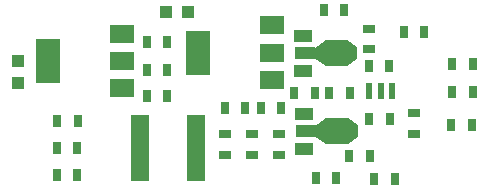
<source format=gbr>
%TF.GenerationSoftware,KiCad,Pcbnew,5.0.0*%
%TF.CreationDate,2018-09-25T19:59:16+02:00*%
%TF.ProjectId,mps_V05,6D70735F5630352E6B696361645F7063,rev?*%
%TF.SameCoordinates,Original*%
%TF.FileFunction,Soldermask,Bot*%
%TF.FilePolarity,Negative*%
%FSLAX46Y46*%
G04 Gerber Fmt 4.6, Leading zero omitted, Abs format (unit mm)*
G04 Created by KiCad (PCBNEW 5.0.0) date Tue Sep 25 19:59:16 2018*
%MOMM*%
%LPD*%
G01*
G04 APERTURE LIST*
%ADD10R,1.070000X1.100000*%
%ADD11R,1.100000X1.070000*%
%ADD12R,0.670000X1.000000*%
%ADD13R,1.000000X0.670000*%
%ADD14C,0.850000*%
%ADD15C,0.100000*%
%ADD16R,1.500000X1.000000*%
%ADD17R,1.800000X1.000000*%
%ADD18R,1.840000X2.200000*%
%ADD19C,1.000000*%
%ADD20R,2.000000X3.800000*%
%ADD21R,2.000000X1.500000*%
%ADD22R,0.500000X1.400000*%
%ADD23R,1.600000X5.700000*%
G04 APERTURE END LIST*
D10*
X138786000Y-126187000D03*
X136936000Y-126187000D03*
D11*
X124384000Y-130342000D03*
X124384000Y-132192000D03*
D12*
X143623000Y-134315000D03*
X141873000Y-134315000D03*
X152488000Y-133020000D03*
X150738000Y-133020000D03*
X162814000Y-135738000D03*
X161064000Y-135738000D03*
D13*
X157886000Y-136486000D03*
X157886000Y-134736000D03*
D12*
X137019000Y-133248000D03*
X135269000Y-133248000D03*
X137008000Y-131064000D03*
X135258000Y-131064000D03*
X129388000Y-137668000D03*
X127638000Y-137668000D03*
X129424000Y-135433000D03*
X127674000Y-135433000D03*
X137008000Y-128727000D03*
X135258000Y-128727000D03*
X129388000Y-139954000D03*
X127638000Y-139954000D03*
D14*
X152654000Y-129667000D03*
D15*
G36*
X153079000Y-130167000D02*
X152229000Y-130767000D01*
X152229000Y-128567000D01*
X153079000Y-129167000D01*
X153079000Y-130167000D01*
X153079000Y-130167000D01*
G37*
D16*
X148507000Y-131167000D03*
D17*
X148653500Y-129667000D03*
D16*
X148507000Y-128167000D03*
D18*
X151320500Y-129667000D03*
D19*
X149910800Y-129667000D03*
D15*
G36*
X149410800Y-129267000D02*
X150410800Y-128567000D01*
X150410800Y-130767000D01*
X149410800Y-130067000D01*
X149410800Y-129267000D01*
X149410800Y-129267000D01*
G37*
D14*
X152717000Y-136271000D03*
D15*
G36*
X153142000Y-136771000D02*
X152292000Y-137371000D01*
X152292000Y-135171000D01*
X153142000Y-135771000D01*
X153142000Y-136771000D01*
X153142000Y-136771000D01*
G37*
D16*
X148570000Y-137771000D03*
D17*
X148716500Y-136271000D03*
D16*
X148570000Y-134771000D03*
D18*
X151383500Y-136271000D03*
D19*
X149973800Y-136271000D03*
D15*
G36*
X149473800Y-135871000D02*
X150473800Y-135171000D01*
X150473800Y-137371000D01*
X149473800Y-136671000D01*
X149473800Y-135871000D01*
X149473800Y-135871000D01*
G37*
D12*
X147740000Y-133020000D03*
X149490000Y-133020000D03*
X157037000Y-127838000D03*
X158787000Y-127838000D03*
X151319000Y-140259000D03*
X149569000Y-140259000D03*
D13*
X154102000Y-127573000D03*
X154102000Y-129323000D03*
D12*
X154509000Y-140272000D03*
X156259000Y-140272000D03*
D13*
X146456000Y-138289000D03*
X146456000Y-136539000D03*
X144221000Y-136528000D03*
X144221000Y-138278000D03*
D12*
X154129000Y-135255000D03*
X155879000Y-135255000D03*
X152414000Y-138328000D03*
X154164000Y-138328000D03*
X150255000Y-126009000D03*
X152005000Y-126009000D03*
X162865000Y-130556000D03*
X161115000Y-130556000D03*
X162865000Y-132944000D03*
X161115000Y-132944000D03*
X154065000Y-130746000D03*
X155815000Y-130746000D03*
D13*
X141935000Y-138278000D03*
X141935000Y-136528000D03*
D12*
X146671000Y-134302000D03*
X144921000Y-134302000D03*
D20*
X139598000Y-129604000D03*
D21*
X145898000Y-129604000D03*
X145898000Y-131904000D03*
X145898000Y-127304000D03*
D20*
X126898000Y-130302000D03*
D21*
X133198000Y-130302000D03*
X133198000Y-132602000D03*
X133198000Y-128002000D03*
D22*
X154114000Y-132842000D03*
X155130000Y-132842000D03*
X156019000Y-132842000D03*
D23*
X139408000Y-137668000D03*
X134708000Y-137668000D03*
M02*

</source>
